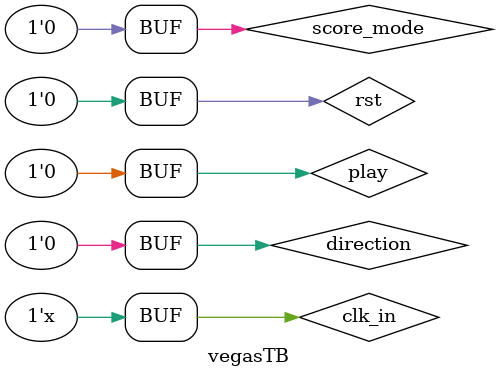
<source format=v>
`timescale 1ns / 1ps


module vegasTB;

	// Inputs
	reg rst;
	reg clk_in;
	reg play;
	reg score_mode;
	reg direction;

	// Outputs
	wire [7:0] Led;
	wire [7:0] seven_segment;
	wire [3:0] anode_reg;
	wire [7:0] scoreSeven_segment;
	wire [3:0] scoreAnode_reg;

	// Instantiate the Unit Under Test (UUT)
	vegas uut (
		.rst(rst), 
		.clk_in(clk_in), 
		.play(play), 
		.score_mode(score_mode), 
		.direction(direction), 
		.Led(Led), 
		.seven_segment(seven_segment), 
		.anode_reg(anode_reg), 
		.scoreSeven_segment(scoreSeven_segment), 
		.scoreAnode_reg(scoreAnode_reg)
	);

	initial begin
		// Initialize Inputs
		rst = 0;
		clk_in = 0;
		play = 0;
		score_mode = 0;
		direction = 0;

		// Wait 100 ns for global reset to finish
		#100;
		
		clk_in =1;
		rst=0;
        
		// Add stimulus here

	end
		always clk_in = #5 ~clk_in;
      
endmodule


</source>
